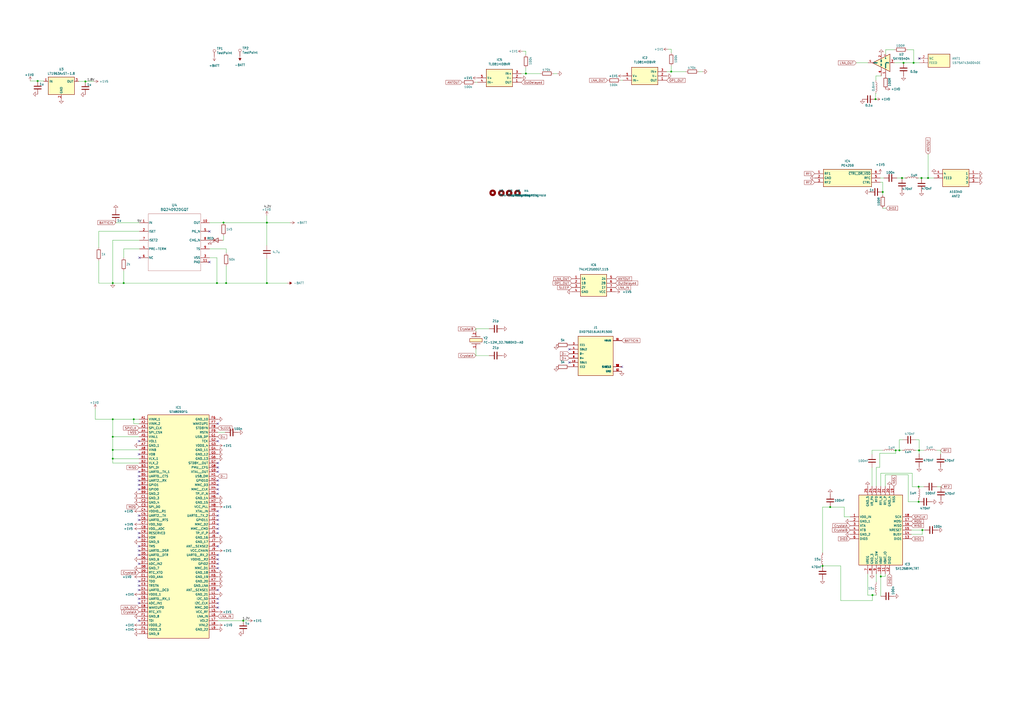
<source format=kicad_sch>
(kicad_sch (version 20230121) (generator eeschema)
  (paper "A2")
  (junction (at 506.095 345.186))
  (junction (at 125.857 164.211))
  (junction (at 65.405 260.985))
  (junction (at 21.844 46.99))
  (junction (at 65.405 253.365))
  (junction (at 532.892 291.084))
  (junction (at 507.873 57.531))
  (junction (at 129.667 129.159))
  (junction (at 524.129 36.449))
  (junction (at 65.405 266.065))
  (junction (at 534.543 103.251))
  (junction (at 389.382 41.529))
  (junction (at 510.921 334.391))
  (junction (at 154.813 129.159))
  (junction (at 141.097 360.045))
  (junction (at 65.405 243.205))
  (junction (at 65.405 164.211))
  (junction (at 533.146 261.239))
  (junction (at 538.353 103.251))
  (junction (at 521.716 261.239))
  (junction (at 49.53 47.244))
  (junction (at 477.139 328.295))
  (junction (at 77.597 243.205))
  (junction (at 71.755 164.211))
  (junction (at 535.051 307.467))
  (junction (at 519.557 261.239))
  (junction (at 305.054 42.672))
  (junction (at 512.064 111.379))
  (junction (at 481.584 294.132))
  (junction (at 154.813 164.211))
  (junction (at 131.191 164.211))
  (junction (at 532.892 282.321))
  (junction (at 529.971 36.449))
  (junction (at 523.24 103.251))
  (no_connect (at 80.645 327.025))
  (no_connect (at 126.365 349.885))
  (no_connect (at 126.365 255.905))
  (no_connect (at 126.365 327.025))
  (no_connect (at 330.2508 210.2612))
  (no_connect (at 126.365 306.705))
  (no_connect (at 126.365 304.165))
  (no_connect (at 80.645 311.785))
  (no_connect (at 126.365 299.085))
  (no_connect (at 80.645 299.085))
  (no_connect (at 533.273 33.909))
  (no_connect (at 80.645 319.405))
  (no_connect (at 80.645 278.765))
  (no_connect (at 126.365 296.545))
  (no_connect (at 80.645 321.945))
  (no_connect (at 126.365 245.745))
  (no_connect (at 126.365 316.865))
  (no_connect (at 126.365 321.945))
  (no_connect (at 80.645 342.265))
  (no_connect (at 80.645 309.245))
  (no_connect (at 126.365 301.625))
  (no_connect (at 126.365 271.145))
  (no_connect (at 126.365 283.845))
  (no_connect (at 126.365 281.305))
  (no_connect (at 80.645 360.045))
  (no_connect (at 360.7308 212.8012))
  (no_connect (at 126.365 273.685))
  (no_connect (at 126.365 278.765))
  (no_connect (at 126.365 342.265))
  (no_connect (at 80.645 273.685))
  (no_connect (at 80.645 255.905))
  (no_connect (at 126.365 268.605))
  (no_connect (at 80.645 349.885))
  (no_connect (at 126.365 286.385))
  (no_connect (at 80.645 301.625))
  (no_connect (at 80.899 149.479))
  (no_connect (at 80.645 263.525))
  (no_connect (at 80.645 281.305))
  (no_connect (at 80.645 347.345))
  (no_connect (at 126.365 309.245))
  (no_connect (at 121.539 134.239))
  (no_connect (at 126.365 347.345))
  (no_connect (at 80.645 283.845))
  (no_connect (at 80.645 276.225))
  (no_connect (at 121.539 152.019))
  (no_connect (at 80.645 337.185))
  (no_connect (at 80.645 316.865))
  (no_connect (at 126.365 352.425))
  (no_connect (at 80.645 339.725))
  (no_connect (at 330.2508 202.6412))
  (no_connect (at 126.365 329.565))
  (no_connect (at 126.365 324.485))
  (wire (pts (xy 508.381 332.867) (xy 508.381 337.566)))
  (wire (pts (xy 513.461 275.463) (xy 526.796 275.463)))
  (wire (pts (xy 71.755 144.399) (xy 71.755 149.479)))
  (wire (pts (xy 276.098 190.754) (xy 276.098 192.278)))
  (wire (pts (xy 487.68 328.295) (xy 487.68 348.361)))
  (wire (pts (xy 510.921 332.867) (xy 510.921 334.391)))
  (wire (pts (xy 131.191 144.399) (xy 131.191 146.685)))
  (wire (pts (xy 523.24 103.251) (xy 523.24 103.378)))
  (wire (pts (xy 513.461 282.067) (xy 513.461 275.463)))
  (wire (pts (xy 77.597 243.205) (xy 80.645 243.205)))
  (wire (pts (xy 67.183 129.159) (xy 80.899 129.159)))
  (wire (pts (xy 80.645 268.605) (xy 65.405 268.605)))
  (wire (pts (xy 513.715 28.829) (xy 513.715 31.369)))
  (wire (pts (xy 510.667 103.251) (xy 512.699 103.251)))
  (wire (pts (xy 360.045 46.609) (xy 361.315 46.609)))
  (wire (pts (xy 305.054 42.672) (xy 302.387 42.672)))
  (wire (pts (xy 521.716 255.143) (xy 521.716 261.239)))
  (wire (pts (xy 49.53 47.244) (xy 54.356 47.244)))
  (wire (pts (xy 57.277 134.239) (xy 57.277 143.637)))
  (wire (pts (xy 321.056 42.672) (xy 323.215 42.672)))
  (wire (pts (xy 80.645 266.065) (xy 65.405 266.065)))
  (wire (pts (xy 121.539 149.479) (xy 125.857 149.479)))
  (wire (pts (xy 507.873 57.531) (xy 507.873 54.229)))
  (wire (pts (xy 523.24 103.251) (xy 525.018 103.251)))
  (wire (pts (xy 55.245 237.109) (xy 55.245 243.205)))
  (wire (pts (xy 506.095 345.186) (xy 508.381 345.186)))
  (wire (pts (xy 526.796 291.084) (xy 532.892 291.084)))
  (wire (pts (xy 71.755 157.099) (xy 71.755 164.211)))
  (wire (pts (xy 503.301 332.867) (xy 503.301 345.186)))
  (wire (pts (xy 510.286 263.017) (xy 519.557 263.017)))
  (wire (pts (xy 531.241 255.143) (xy 533.146 255.143)))
  (wire (pts (xy 77.597 245.745) (xy 77.597 243.205)))
  (wire (pts (xy 126.365 250.825) (xy 130.556 250.825)))
  (wire (pts (xy 154.813 129.159) (xy 154.813 142.367)))
  (wire (pts (xy 508.127 44.069) (xy 508.127 46.609)))
  (wire (pts (xy 503.301 345.186) (xy 506.095 345.186)))
  (wire (pts (xy 405.384 41.529) (xy 407.543 41.529)))
  (wire (pts (xy 389.382 28.575) (xy 389.382 30.607)))
  (wire (pts (xy 532.638 103.251) (xy 534.543 103.251)))
  (wire (pts (xy 507.873 54.229) (xy 508.127 54.229)))
  (wire (pts (xy 65.405 260.985) (xy 80.645 260.985)))
  (wire (pts (xy 508.381 271.145) (xy 510.286 271.145)))
  (wire (pts (xy 512.064 111.379) (xy 512.064 113.157)))
  (wire (pts (xy 125.857 149.479) (xy 125.857 164.211)))
  (wire (pts (xy 534.543 103.251) (xy 538.353 103.251)))
  (wire (pts (xy 129.667 136.779) (xy 129.667 139.319)))
  (wire (pts (xy 131.191 164.211) (xy 154.813 164.211)))
  (wire (pts (xy 80.899 134.239) (xy 57.277 134.239)))
  (wire (pts (xy 533.146 255.143) (xy 533.146 261.239)))
  (wire (pts (xy 276.098 206.248) (xy 283.718 206.248)))
  (wire (pts (xy 529.209 282.321) (xy 532.892 282.321)))
  (wire (pts (xy 529.971 28.829) (xy 526.415 28.829)))
  (wire (pts (xy 545.846 282.321) (xy 545.846 282.448)))
  (wire (pts (xy 55.245 243.205) (xy 65.405 243.205)))
  (wire (pts (xy 125.857 164.211) (xy 131.191 164.211)))
  (wire (pts (xy 510.667 105.791) (xy 512.064 105.791)))
  (wire (pts (xy 533.146 261.239) (xy 535.94 261.239)))
  (wire (pts (xy 532.892 289.941) (xy 532.892 291.084)))
  (wire (pts (xy 477.139 294.132) (xy 477.139 320.675)))
  (wire (pts (xy 121.539 144.399) (xy 131.191 144.399)))
  (wire (pts (xy 154.813 129.159) (xy 168.275 129.159)))
  (wire (pts (xy 65.405 243.205) (xy 65.405 253.365)))
  (wire (pts (xy 518.795 36.449) (xy 524.129 36.449)))
  (wire (pts (xy 519.557 261.239) (xy 521.716 261.239)))
  (wire (pts (xy 154.813 125.095) (xy 154.813 129.159)))
  (wire (pts (xy 489.712 299.847) (xy 489.712 294.132)))
  (wire (pts (xy 505.841 271.145) (xy 505.841 282.067)))
  (wire (pts (xy 535.051 310.007) (xy 528.701 310.007)))
  (wire (pts (xy 532.892 282.321) (xy 535.94 282.321)))
  (wire (pts (xy 505.841 261.239) (xy 511.937 261.239)))
  (wire (pts (xy 510.286 271.145) (xy 510.286 263.017)))
  (wire (pts (xy 57.277 151.257) (xy 57.277 164.211)))
  (wire (pts (xy 510.921 282.067) (xy 510.921 274.574)))
  (wire (pts (xy 57.277 164.211) (xy 65.405 164.211)))
  (wire (pts (xy 513.461 334.391) (xy 510.921 334.391)))
  (wire (pts (xy 518.795 28.829) (xy 513.715 28.829)))
  (wire (pts (xy 305.054 29.718) (xy 305.054 31.75)))
  (wire (pts (xy 531.114 261.239) (xy 533.146 261.239)))
  (wire (pts (xy 17.526 46.99) (xy 21.844 46.99)))
  (wire (pts (xy 545.592 261.239) (xy 545.592 263.398)))
  (wire (pts (xy 477.139 294.132) (xy 481.584 294.132)))
  (wire (pts (xy 65.405 268.605) (xy 65.405 266.065)))
  (wire (pts (xy 65.405 266.065) (xy 65.405 260.985)))
  (wire (pts (xy 506.095 348.361) (xy 506.095 345.186)))
  (wire (pts (xy 389.382 41.529) (xy 386.715 41.529)))
  (wire (pts (xy 80.645 245.745) (xy 77.597 245.745)))
  (wire (pts (xy 477.139 328.295) (xy 477.139 328.422)))
  (wire (pts (xy 520.319 103.251) (xy 523.24 103.251)))
  (wire (pts (xy 508.381 282.067) (xy 508.381 271.145)))
  (wire (pts (xy 154.813 164.211) (xy 166.751 164.211)))
  (wire (pts (xy 529.971 36.449) (xy 529.971 28.829)))
  (wire (pts (xy 528.701 307.467) (xy 535.051 307.467)))
  (wire (pts (xy 538.353 103.251) (xy 541.782 103.251)))
  (wire (pts (xy 526.796 275.463) (xy 526.796 291.084)))
  (wire (pts (xy 303.276 29.718) (xy 305.054 29.718)))
  (wire (pts (xy 503.555 36.449) (xy 496.697 36.449)))
  (wire (pts (xy 275.717 47.752) (xy 276.987 47.752)))
  (wire (pts (xy 481.584 294.132) (xy 489.712 294.132)))
  (wire (pts (xy 65.405 253.365) (xy 80.645 253.365)))
  (wire (pts (xy 305.054 39.37) (xy 305.054 42.672)))
  (wire (pts (xy 387.604 28.575) (xy 389.382 28.575)))
  (wire (pts (xy 477.139 328.295) (xy 487.68 328.295)))
  (wire (pts (xy 519.557 263.017) (xy 519.557 261.239)))
  (wire (pts (xy 511.175 44.069) (xy 508.127 44.069)))
  (wire (pts (xy 543.56 282.321) (xy 545.846 282.321)))
  (wire (pts (xy 65.405 243.205) (xy 77.597 243.205)))
  (wire (pts (xy 126.365 360.045) (xy 141.097 360.045)))
  (wire (pts (xy 121.539 129.159) (xy 129.667 129.159)))
  (wire (pts (xy 487.68 348.361) (xy 506.095 348.361)))
  (wire (pts (xy 493.141 299.847) (xy 489.712 299.847)))
  (wire (pts (xy 154.813 149.987) (xy 154.813 164.211)))
  (wire (pts (xy 71.755 164.211) (xy 125.857 164.211)))
  (wire (pts (xy 533.146 261.239) (xy 533.146 263.271)))
  (wire (pts (xy 535.051 307.467) (xy 536.321 307.467)))
  (wire (pts (xy 534.543 103.251) (xy 534.543 103.378)))
  (wire (pts (xy 141.097 360.045) (xy 143.891 360.045)))
  (wire (pts (xy 65.405 253.365) (xy 65.405 260.985)))
  (wire (pts (xy 521.716 261.239) (xy 523.494 261.239)))
  (wire (pts (xy 389.382 38.227) (xy 389.382 41.529)))
  (wire (pts (xy 276.098 202.438) (xy 276.098 206.248)))
  (wire (pts (xy 129.667 139.319) (xy 129.159 139.319)))
  (wire (pts (xy 543.56 261.239) (xy 545.592 261.239)))
  (wire (pts (xy 535.051 307.467) (xy 535.051 310.007)))
  (wire (pts (xy 25.4 46.99) (xy 25.4 47.244)))
  (wire (pts (xy 538.353 89.408) (xy 538.353 103.251)))
  (wire (pts (xy 305.054 42.672) (xy 313.436 42.672)))
  (wire (pts (xy 129.667 129.159) (xy 154.813 129.159)))
  (wire (pts (xy 529.209 274.574) (xy 529.209 282.321)))
  (wire (pts (xy 524.129 36.449) (xy 529.971 36.449)))
  (wire (pts (xy 512.064 120.777) (xy 513.969 120.777)))
  (wire (pts (xy 529.971 36.449) (xy 533.273 36.449)))
  (wire (pts (xy 80.899 139.319) (xy 65.405 139.319)))
  (wire (pts (xy 65.405 139.319) (xy 65.405 164.211)))
  (wire (pts (xy 512.064 105.791) (xy 512.064 111.379)))
  (wire (pts (xy 131.191 154.305) (xy 131.191 164.211)))
  (wire (pts (xy 283.718 190.754) (xy 276.098 190.754)))
  (wire (pts (xy 523.621 255.143) (xy 521.716 255.143)))
  (wire (pts (xy 65.405 164.211) (xy 71.755 164.211)))
  (wire (pts (xy 505.841 263.525) (xy 505.841 261.239)))
  (wire (pts (xy 80.899 144.399) (xy 71.755 144.399)))
  (wire (pts (xy 45.72 47.244) (xy 49.53 47.244)))
  (wire (pts (xy 21.844 46.99) (xy 25.4 46.99)))
  (wire (pts (xy 510.921 334.391) (xy 510.921 345.821)))
  (wire (pts (xy 389.382 41.529) (xy 397.764 41.529)))
  (wire (pts (xy 510.921 274.574) (xy 529.209 274.574)))
  (wire (pts (xy 513.461 332.867) (xy 513.461 334.391)))
  (label "1.8V" (at 50.546 47.244 0))
  (label "4.2V" (at 153.035 120.777 0))
  (label "5V" (at 79.629 129.159 0))
  (label "1.2V" (at 140.589 359.791 0))
  (global_label "OutDelayed" (shape input) (at 357.0224 164.2364 0) (property "Intersheetrefs" "${INTERSHEET_REFS}" (effects hide)))
  (global_label "LNA_OUT" (shape input) (at 352.425 46.609 180) (property "Intersheetrefs" "${INTERSHEET_REFS}" (effects hide)))
  (global_label "LNA_OUT" (shape input) (at 80.645 352.425 180) (property "Intersheetrefs" "${INTERSHEET_REFS}" (effects hide)))
  (global_label "D+" (shape input) (at 126.365 253.365 0) (property "Intersheetrefs" "${INTERSHEET_REFS}" (effects hide)))
  (global_label "CrystalA" (shape input) (at 493.141 304.927 180) (property "Intersheetrefs" "${INTERSHEET_REFS}" (effects hide)))
  (global_label "MOSI" (shape input) (at 528.701 302.387 0) (property "Intersheetrefs" "${INTERSHEET_REFS}" (effects hide)))
  (global_label "BATTICIN" (shape input) (at 67.183 129.159 180) (property "Intersheetrefs" "${INTERSHEET_REFS}" (effects hide)))
  (global_label "LNA_OUT" (shape input) (at 331.6224 161.6964 180) (property "Intersheetrefs" "${INTERSHEET_REFS}" (effects hide)))
  (global_label "LNA_OUT" (shape input) (at 496.697 36.449 180) (property "Intersheetrefs" "${INTERSHEET_REFS}" (effects hide)))
  (global_label "SLEEP" (shape input) (at 331.6224 166.7764 180) (property "Intersheetrefs" "${INTERSHEET_REFS}" (effects hide)))
  (global_label "ANTOUT" (shape input) (at 357.0224 161.6964 0) (property "Intersheetrefs" "${INTERSHEET_REFS}" (effects hide)))
  (global_label "ANTOUT" (shape input) (at 538.353 89.408 90) (property "Intersheetrefs" "${INTERSHEET_REFS}" (effects hide)))
  (global_label "LNA_IN" (shape input) (at 357.0732 166.7764 0) (property "Intersheetrefs" "${INTERSHEET_REFS}" (effects hide)))
  (global_label "RF1" (shape input) (at 545.592 261.239 0) (property "Intersheetrefs" "${INTERSHEET_REFS}" (effects hide)))
  (global_label "CrystalB" (shape input) (at 493.141 307.467 180) (property "Intersheetrefs" "${INTERSHEET_REFS}" (effects hide)))
  (global_label "D+" (shape input) (at 330.2508 207.7212 180) (property "Intersheetrefs" "${INTERSHEET_REFS}" (effects hide)))
  (global_label "MOSI" (shape input) (at 80.645 294.005 180) (property "Intersheetrefs" "${INTERSHEET_REFS}" (effects hide)))
  (global_label "CrystalA" (shape input) (at 80.645 354.965 180) (property "Intersheetrefs" "${INTERSHEET_REFS}" (effects hide)))
  (global_label "ANTOUT" (shape input) (at 268.097 47.752 180) (property "Intersheetrefs" "${INTERSHEET_REFS}" (effects hide)))
  (global_label "CrystalA" (shape input) (at 276.098 206.248 180) (property "Intersheetrefs" "${INTERSHEET_REFS}" (effects hide)))
  (global_label "RF1" (shape input) (at 472.567 100.711 180) (property "Intersheetrefs" "${INTERSHEET_REFS}" (effects hide)))
  (global_label "DIO2" (shape input) (at 516.001 332.867 270) (property "Intersheetrefs" "${INTERSHEET_REFS}" (effects hide)))
  (global_label "DIO1" (shape input) (at 528.701 312.547 0) (property "Intersheetrefs" "${INTERSHEET_REFS}" (effects hide)))
  (global_label "CrystalB" (shape input) (at 80.645 332.105 180) (property "Intersheetrefs" "${INTERSHEET_REFS}" (effects hide)))
  (global_label "SLEEP" (shape input) (at 126.365 248.285 0) (property "Intersheetrefs" "${INTERSHEET_REFS}" (effects hide)))
  (global_label "D-" (shape input) (at 330.2508 205.1812 180) (property "Intersheetrefs" "${INTERSHEET_REFS}" (effects hide)))
  (global_label "MISO" (shape input) (at 80.645 271.145 180) (property "Intersheetrefs" "${INTERSHEET_REFS}" (effects hide)))
  (global_label "DIO2" (shape input) (at 513.969 120.777 0) (property "Intersheetrefs" "${INTERSHEET_REFS}" (effects hide)))
  (global_label "SPICLK" (shape input) (at 528.701 299.847 0) (property "Intersheetrefs" "${INTERSHEET_REFS}" (effects hide)))
  (global_label "OP1_OUT" (shape input) (at 331.597 164.211 180) (property "Intersheetrefs" "${INTERSHEET_REFS}" (effects hide)))
  (global_label "RF2" (shape input) (at 472.567 105.791 180) (property "Intersheetrefs" "${INTERSHEET_REFS}" (effects hide)))
  (global_label "D-" (shape input) (at 126.365 276.225 0) (property "Intersheetrefs" "${INTERSHEET_REFS}" (effects hide)))
  (global_label "SPICLK" (shape input) (at 80.645 248.285 180) (property "Intersheetrefs" "${INTERSHEET_REFS}" (effects hide)))
  (global_label "MISO" (shape input) (at 528.701 304.927 0) (property "Intersheetrefs" "${INTERSHEET_REFS}" (effects hide)))
  (global_label "BATTICIN" (shape input) (at 360.7308 197.5612 0) (property "Intersheetrefs" "${INTERSHEET_REFS}" (effects hide)))
  (global_label "CrystalB" (shape input) (at 276.098 190.754 180) (property "Intersheetrefs" "${INTERSHEET_REFS}" (effects hide)))
  (global_label "NSS" (shape input) (at 518.541 282.067 90) (property "Intersheetrefs" "${INTERSHEET_REFS}" (effects hide)))
  (global_label "OutDelayed" (shape input) (at 302.387 47.752 0) (property "Intersheetrefs" "${INTERSHEET_REFS}" (effects hide)))
  (global_label "RF2" (shape input) (at 545.846 282.321 0) (property "Intersheetrefs" "${INTERSHEET_REFS}" (effects hide)))
  (global_label "LNA_IN" (shape input) (at 126.365 357.505 0) (property "Intersheetrefs" "${INTERSHEET_REFS}" (effects hide)))
  (global_label "OP1_OUT" (shape input) (at 386.715 46.609 0) (property "Intersheetrefs" "${INTERSHEET_REFS}" (effects hide)))
  (global_label "NSS" (shape input) (at 80.645 250.825 180) (property "Intersheetrefs" "${INTERSHEET_REFS}" (effects hide)))
  (global_label "DIO3" (shape input) (at 493.141 312.547 180) (property "Intersheetrefs" "${INTERSHEET_REFS}" (effects hide)))
  (symbol (lib_id "Mechanical:MountingHole") (at 290.83 112.014 0) (unit 1)
    (property "Reference" "H2" (at 294.5892 110.744 0) (effects (justify left)))
    (property "Value" "MountingHole" (at 294.5892 113.284 0) (effects (justify left)))
    (property "Footprint" "MountingHole:MountingHole_2.7mm_M2.5_Pad_TopOnly" (effects hide))
  )
  (symbol (lib_id "power:GND") (at 524.129 44.069 0) (mirror y) (unit 1)
    (property "Reference" "#PWR058" (effects hide))
    (property "Value" "GND" (effects hide))
  )
  (symbol (lib_id "power:GND") (at 65.405 164.211 0) (unit 1)
    (property "Reference" "#PWR060" (effects hide))
    (property "Value" "GND" (effects hide))
  )
  (symbol (lib_id "power:GND") (at 567.182 100.711 90) (unit 1)
    (property "Reference" "#PWR087" (effects hide))
    (property "Value" "GND" (effects hide))
  )
  (symbol (lib_id "Device:C") (at 533.146 267.081 0) (mirror x) (unit 1)
    (property "Reference" "C19" (effects hide))
    (property "Value" "470nF" (at 538.6324 267.0048 0))
    (property "Footprint" "Capacitor_Tantalum_SMD:CP_EIA-1608-08_AVX-J" (effects hide))
  )
  (symbol (lib_id "Device:C") (at 514.731 345.821 270) (unit 1)
    (property "Reference" "C17" (effects hide))
    (property "Value" "100n" (at 518.033 345.059 0) (effects (justify right)))
    (property "Footprint" "Capacitor_Tantalum_SMD:CP_EIA-1608-08_AVX-J" (effects hide))
  )
  (symbol (lib_id "Device:L") (at 528.828 103.251 270) (mirror x) (unit 1)
    (property "Reference" "L8" (effects hide))
    (property "Value" "1uH" (at 528.32 101.6 90) (effects (justify left)))
    (property "Footprint" "Inductor_THT:L_Axial_L5.3mm_D2.2mm_P7.62mm_Horizontal_Vishay_IM-1" (effects hide))
  )
  (symbol (lib_id "Device:R") (at 57.277 147.447 0) (unit 1)
    (property "Reference" "R4" (effects hide))
    (property "Value" "1k" (at 58.801 147.447 0) (effects (justify left)))
    (property "Footprint" "Resistor_SMD:R_0201_0603Metric" (effects hide))
  )
  (symbol (lib_id "power:GND") (at 49.53 54.864 270) (unit 1)
    (property "Reference" "#PWR053" (effects hide))
    (property "Value" "GND" (effects hide))
  )
  (symbol (lib_id "power:GND") (at 505.841 332.867 0) (unit 1)
    (property "Reference" "#PWR072" (effects hide))
    (property "Value" "GND" (effects hide))
  )
  (symbol (lib_id "power:GND") (at 126.365 260.985 90) (unit 1)
    (property "Reference" "#PWR012" (effects hide))
    (property "Value" "GND" (effects hide))
  )
  (symbol (lib_id "power:GND") (at 21.844 54.61 270) (unit 1)
    (property "Reference" "#PWR052" (effects hide))
    (property "Value" "GND" (effects hide))
  )
  (symbol (lib_id "power:-BATT") (at 139.192 32.512 180) (unit 1)
    (property "Reference" "#PWR027" (effects hide))
    (property "Value" "-BATT" (at 139.192 37.719 0))
  )
  (symbol (lib_id "power:+1V1") (at 361.315 44.069 90) (unit 1)
    (property "Reference" "#PWR064" (effects hide))
    (property "Value" "+1V1" (at 358.521 44.069 90) (effects (justify left)))
  )
  (symbol (lib_id "power:+1V1") (at 387.604 28.575 90) (unit 1)
    (property "Reference" "#PWR065" (effects hide))
    (property "Value" "+1V1" (at 384.81 28.575 90) (effects (justify left)))
  )
  (symbol (lib_id "power:GND") (at 504.444 111.379 270) (unit 1)
    (property "Reference" "#PWR084" (effects hide))
    (property "Value" "GND" (effects hide))
  )
  (symbol (lib_id "power:GND") (at 80.645 329.565 270) (unit 1)
    (property "Reference" "#PWR020" (effects hide))
    (property "Value" "GND" (effects hide))
  )
  (symbol (lib_id "power:+1V0") (at 80.645 334.645 90) (unit 1)
    (property "Reference" "#PWR038" (effects hide))
    (property "Value" "+1V0" (at 76.327 334.645 90) (effects (justify left)))
  )
  (symbol (lib_id "power:GND") (at 302.387 45.212 90) (mirror x) (unit 1)
    (property "Reference" "#PWR074" (effects hide))
    (property "Value" "GND" (effects hide))
  )
  (symbol (lib_id "power:GND") (at 407.543 41.529 90) (mirror x) (unit 1)
    (property "Reference" "#PWR066" (effects hide))
    (property "Value" "GND" (effects hide))
  )
  (symbol (lib_id "power:GND") (at 567.182 103.251 90) (unit 1)
    (property "Reference" "#PWR088" (effects hide))
    (property "Value" "GND" (effects hide))
  )
  (symbol (lib_id "power:GND") (at 493.141 310.007 270) (unit 1)
    (property "Reference" "#PWR071" (effects hide))
    (property "Value" "GND" (effects hide))
  )
  (symbol (lib_id "power:GND") (at 126.365 288.925 90) (unit 1)
    (property "Reference" "#PWR09" (effects hide))
    (property "Value" "GND" (effects hide))
  )
  (symbol (lib_id "Device:C") (at 21.844 50.8 0) (unit 1)
    (property "Reference" "C6" (effects hide))
    (property "Value" "1u" (at 22.86 48.768 0) (effects (justify left)))
    (property "Footprint" "Capacitor_Tantalum_SMD:CP_EIA-1608-08_AVX-J" (effects hide))
  )
  (symbol (lib_id "power:+1V0") (at 126.365 362.585 270) (unit 1)
    (property "Reference" "#PWR030" (effects hide))
    (property "Value" "+1V0" (at 132.207 362.585 90))
  )
  (symbol (lib_id "power:+1V5") (at 510.667 100.711 0) (unit 1)
    (property "Reference" "#PWR085" (effects hide))
    (property "Value" "+1V5" (at 510.667 95.504 0))
  )
  (symbol (lib_id "Device:C") (at 504.063 57.531 270) (mirror x) (unit 1)
    (property "Reference" "C8" (effects hide))
    (property "Value" "0.1u" (at 504.063 61.087 90))
    (property "Footprint" "Capacitor_Tantalum_SMD:CP_EIA-1608-08_AVX-J" (effects hide))
  )
  (symbol (lib_id "power:+1V1") (at 80.645 344.805 90) (unit 1)
    (property "Reference" "#PWR033" (effects hide))
    (property "Value" "+1V1" (at 77.851 344.805 90) (effects (justify left)))
  )
  (symbol (lib_id "Device:C") (at 287.528 190.754 90) (unit 1)
    (property "Reference" "C4" (effects hide))
    (property "Value" "21p" (at 287.528 186.182 90))
    (property "Footprint" "Capacitor_Tantalum_SMD:CP_EIA-1608-08_AVX-J" (effects hide))
  )
  (symbol (lib_id "power:GND") (at 80.645 291.465 270) (unit 1)
    (property "Reference" "#PWR017" (effects hide))
    (property "Value" "GND" (effects hide))
  )
  (symbol (lib_id "power:+1V1") (at 276.987 45.212 90) (unit 1)
    (property "Reference" "#PWR073" (effects hide))
    (property "Value" "+1V1" (at 274.193 45.212 90) (effects (justify left)))
  )
  (symbol (lib_id "power:GND") (at 477.139 336.042 0) (unit 1)
    (property "Reference" "#PWR047" (effects hide))
    (property "Value" "GND" (effects hide))
  )
  (symbol (lib_id "power:GND") (at 541.782 100.711 180) (unit 1)
    (property "Reference" "#PWR086" (effects hide))
    (property "Value" "GND" (effects hide))
  )
  (symbol (lib_id "power:GND") (at 386.715 44.069 90) (mirror x) (unit 1)
    (property "Reference" "#PWR057" (effects hide))
    (property "Value" "GND" (effects hide))
  )
  (symbol (lib_id "Device:C") (at 545.846 286.258 0) (unit 1)
    (property "Reference" "C23" (effects hide))
    (property "Value" "470nF" (at 551.053 286.385 0))
    (property "Footprint" "Capacitor_Tantalum_SMD:CP_EIA-1608-08_AVX-J" (effects hide))
  )
  (symbol (lib_id "power:GND") (at 126.365 314.325 90) (unit 1)
    (property "Reference" "#PWR06" (effects hide))
    (property "Value" "GND" (effects hide))
  )
  (symbol (lib_id "Connector:TestPoint") (at 124.333 32.766 0) (unit 1)
    (property "Reference" "TP1" (at 125.73 28.194 0) (effects (justify left)))
    (property "Value" "TestPoint" (at 125.73 30.734 0) (effects (justify left)))
    (property "Footprint" "TestPoint:TestPoint_Pad_2.0x2.0mm" (effects hide))
  )
  (symbol (lib_id "power:+1V0") (at 154.813 125.095 0) (unit 1)
    (property "Reference" "#PWR063" (effects hide))
    (property "Value" "+1V0" (at 154.559 121.539 0))
  )
  (symbol (lib_id "power:GND") (at 126.365 263.525 90) (unit 1)
    (property "Reference" "#PWR011" (effects hide))
    (property "Value" "GND" (effects hide))
  )
  (symbol (lib_id "FC-12M_32_7680KD-A0:FC-12M_32.7680KD-A0") (at 276.098 202.438 90) (unit 1)
    (property "Reference" "Y2" (at 280.416 196.088 90) (effects (justify right)))
    (property "Value" "FC-12M_32.7680KD-A0" (at 280.416 198.628 90) (effects (justify right)))
    (property "Footprint" "KiCad32MOSC:FC12M327680KDA0" (effects hide))
    (property "Datasheet" "https://www.arrow.com/en/products/fc-12m32.7680kd-a0/epson-electronics-america?region=nac" (effects hide))
    (property "Height" "0.6" (effects hide))
    (property "Arrow Part Number" "FC-12M 32.7680KD-A0" (effects hide))
    (property "Arrow Price/Stock" "https://www.arrow.com/en/products/fc-12m32.7680kd-a0/epson-electronics-america?region=nac" (effects hide))
    (property "Manufacturer_Name" "Epson Timing" (effects hide))
    (property "Manufacturer_Part_Number" "FC-12M 32.7680KD-A0" (effects hide))
  )
  (symbol (lib_id "power:GND") (at 138.176 250.825 90) (unit 1)
    (property "Reference" "#PWR023" (effects hide))
    (property "Value" "GND" (effects hide))
  )
  (symbol (lib_id "power:GND") (at 80.645 288.925 270) (unit 1)
    (property "Reference" "#PWR016" (effects hide))
    (property "Value" "GND" (effects hide))
  )
  (symbol (lib_id "power:GND") (at 534.543 110.998 0) (unit 1)
    (property "Reference" "#PWR083" (effects hide))
    (property "Value" "GND" (effects hide))
  )
  (symbol (lib_id "Device:L") (at 508.381 341.376 180) (unit 1)
    (property "Reference" "L4" (effects hide))
    (property "Value" "15u" (at 507.365 341.249 0) (effects (justify left)))
    (property "Footprint" "Inductor_THT:L_Axial_L5.3mm_D2.2mm_P7.62mm_Horizontal_Vishay_IM-1" (effects hide))
  )
  (symbol (lib_id "SX1268IMLTRT:SX1268IMLTRT") (at 493.141 299.847 0) (unit 1)
    (property "Reference" "IC3" (at 526.288 327.279 0))
    (property "Value" "SX1268IMLTRT" (at 526.288 329.819 0))
    (property "Footprint" "KiCadTransIC:QFN50P400X400X100-25N-D" (effects hide))
    (property "Datasheet" "https://datasheet.lcsc.com/szlcsc/2004230932_SEMTECH-SX1268IMLTRT_C244368.pdf" (effects hide))
    (property "Height" "1" (effects hide))
    (property "Manufacturer_Name" "SEMTECH" (effects hide))
    (property "Manufacturer_Part_Number" "SX1268IMLTRT" (effects hide))
    (property "Mouser Part Number" "947-SX1268IMLTRT" (effects hide))
    (property "Mouser Price/Stock" "https://www.mouser.co.uk/ProductDetail/Semtech/SX1268IMLTRT?qs=u16ybLDytRa1EU1aQ4yjlw%3D%3D" (effects hide))
  )
  (symbol (lib_id "Device:C") (at 287.528 206.248 90) (unit 1)
    (property "Reference" "C5" (effects hide))
    (property "Value" "21p" (at 287.528 201.676 90))
    (property "Footprint" "Capacitor_Tantalum_SMD:CP_EIA-1608-08_AVX-J" (effects hide))
  )
  (symbol (lib_id "power:GND") (at 545.592 271.018 0) (unit 1)
    (property "Reference" "#PWR078" (effects hide))
    (property "Value" "GND" (effects hide))
  )
  (symbol (lib_id "Mechanical:MountingHole") (at 285.8008 111.8616 0) (unit 1)
    (property "Reference" "H1" (at 289.56 110.5916 0) (effects (justify left)))
    (property "Value" "MountingHole" (at 289.56 113.1316 0) (effects (justify left)))
    (property "Footprint" "MountingHole:MountingHole_2.7mm_M2.5_Pad_TopOnly" (effects hide))
  )
  (symbol (lib_id "Device:R") (at 129.667 132.969 0) (unit 1)
    (property "Reference" "R7" (effects hide))
    (property "Value" "1k5" (at 131.191 132.969 0) (effects (justify left)))
    (property "Footprint" "Resistor_SMD:R_0201_0603Metric" (effects hide))
  )
  (symbol (lib_id "power:GND") (at 511.175 31.369 180) (unit 1)
    (property "Reference" "#PWR054" (effects hide))
    (property "Value" "GND" (effects hide))
  )
  (symbol (lib_id "Device:C") (at 505.841 267.335 180) (unit 1)
    (property "Reference" "C16" (effects hide))
    (property "Value" "100nF" (at 500.7864 267.3604 0))
    (property "Footprint" "Capacitor_Tantalum_SMD:CP_EIA-1608-08_AVX-J" (effects hide))
  )
  (symbol (lib_id "power:+1V1") (at 143.891 360.045 270) (unit 1)
    (property "Reference" "#PWR096" (effects hide))
    (property "Value" "+1V1" (at 146.685 360.045 90) (effects (justify left)))
  )
  (symbol (lib_id "power:GND") (at 80.645 314.325 270) (unit 1)
    (property "Reference" "#PWR018" (effects hide))
    (property "Value" "GND" (effects hide))
  )
  (symbol (lib_id "power:+1V1") (at 80.645 365.125 90) (unit 1)
    (property "Reference" "#PWR032" (effects hide))
    (property "Value" "+1V1" (at 77.851 365.125 90) (effects (justify left)))
  )
  (symbol (lib_id "Device:L") (at 515.747 261.239 270) (mirror x) (unit 1)
    (property "Reference" "L2" (effects hide))
    (property "Value" "1uH" (at 515.239 259.588 90) (effects (justify left)))
    (property "Footprint" "Inductor_THT:L_Axial_L5.3mm_D2.2mm_P7.62mm_Horizontal_Vishay_IM-1" (effects hide))
  )
  (symbol (lib_id "TL081HIDBVR:TL081HIDBVR") (at 386.715 46.609 180) (unit 1)
    (property "Reference" "IC2" (at 374.015 33.528 0))
    (property "Value" "TL081HIDBVR" (at 374.015 36.068 0))
    (property "Footprint" "KiCadOP:SOT95P280X145-5N" (effects hide))
    (property "Datasheet" "https://www.ti.com/lit/gpn/tl081h" (effects hide))
    (property "Height" "1.45" (effects hide))
    (property "Mouser Part Number" "595-TL081HIDBVR" (effects hide))
    (property "Mouser Price/Stock" "https://www.mouser.co.uk/ProductDetail/Texas-Instruments/TL081HIDBVR?qs=pBJMDPsKWf3fiMPgyPE5dg%3D%3D" (effects hide))
    (property "Manufacturer_Name" "Texas Instruments" (effects hide))
    (property "Manufacturer_Part_Number" "TL081HIDBVR" (effects hide))
  )
  (symbol (lib_id "Device:C") (at 67.183 125.349 0) (unit 1)
    (property "Reference" "C11" (effects hide))
    (property "Value" "1u" (at 67.945 127.889 0) (effects (justify left)))
    (property "Footprint" "Capacitor_Tantalum_SMD:CP_EIA-1608-08_AVX-J" (effects hide))
  )
  (symbol (lib_id "Device:C") (at 545.592 267.208 0) (mirror x) (unit 1)
    (property "Reference" "C20" (effects hide))
    (property "Value" "470nF" (at 550.799 267.208 0))
    (property "Footprint" "Capacitor_Tantalum_SMD:CP_EIA-1608-08_AVX-J" (effects hide))
  )
  (symbol (lib_id "power:GND") (at 126.365 339.725 90) (unit 1)
    (property "Reference" "#PWR076" (effects hide))
    (property "Value" "GND" (effects hide))
  )
  (symbol (lib_id "power:+1V1") (at 126.365 258.445 270) (unit 1)
    (property "Reference" "#PWR042" (effects hide))
    (property "Value" "+1V1" (at 129.159 258.445 90) (effects (justify left)))
  )
  (symbol (lib_id "power:+1V1") (at 126.365 319.405 270) (unit 1)
    (property "Reference" "#PWR043" (effects hide))
    (property "Value" "+1V1" (at 129.159 319.405 90) (effects (justify left)))
  )
  (symbol (lib_id "power:GND") (at 126.365 334.645 90) (unit 1)
    (property "Reference" "#PWR04" (effects hide))
    (property "Value" "GND" (effects hide))
  )
  (symbol (lib_id "Device:L") (at 539.75 261.239 270) (mirror x) (unit 1)
    (property "Reference" "L6" (effects hide))
    (property "Value" "1uH" (at 537.2608 259.5118 90) (effects (justify left)))
    (property "Footprint" "Inductor_THT:L_Axial_L5.3mm_D2.2mm_P7.62mm_Horizontal_Vishay_IM-1" (effects hide))
  )
  (symbol (lib_id "Device:R") (at 326.4408 212.8012 90) (unit 1)
    (property "Reference" "R2" (effects hide))
    (property "Value" "5k" (at 326.4408 210.0072 90))
    (property "Footprint" "Resistor_SMD:R_0201_0603Metric" (effects hide))
  )
  (symbol (lib_id "Device:C") (at 134.366 250.825 90) (unit 1)
    (property "Reference" "C1" (effects hide))
    (property "Value" "100n" (at 138.176 248.793 90))
    (property "Footprint" "Capacitor_Tantalum_SMD:CP_EIA-1608-08_AVX-J" (effects hide))
  )
  (symbol (lib_id "power:GND") (at 322.6308 212.8012 0) (unit 1)
    (property "Reference" "#PWR046" (effects hide))
    (property "Value" "GND" (effects hide))
  )
  (symbol (lib_id "Device:R") (at 513.715 47.879 0) (unit 1)
    (property "Reference" "R3" (effects hide))
    (property "Value" "100R" (at 516.001 50.165 90) (effects (justify left)))
    (property "Footprint" "Resistor_SMD:R_0201_0603Metric" (effects hide))
  )
  (symbol (lib_id "STA8090FG:STA8090FG") (at 80.645 243.205 0) (unit 1)
    (property "Reference" "IC1" (at 103.505 236.347 0))
    (property "Value" "STA8090FG" (at 103.505 238.887 0))
    (property "Footprint" "KiCadGPS:BGA99C50P9X11_500X600X120" (effects hide))
    (property "Datasheet" "https://www.st.com/resource/en/datasheet/sta8090fg.pdf" (effects hide))
    (property "Height" "1.2" (effects hide))
    (property "Manufacturer_Name" "STMicroelectronics" (effects hide))
    (property "Manufacturer_Part_Number" "STA8090FG" (effects hide))
    (property "Mouser Part Number" "511-STA8090FG" (effects hide))
    (property "Mouser Price/Stock" "https://www.mouser.com/Search/Refine.aspx?Keyword=511-STA8090FG" (effects hide))
    (property "Arrow Part Number" "STA8090FG" (effects hide))
    (property "Arrow Price/Stock" "https://www.arrow.com/en/products/sta8090fg/stmicroelectronics" (effects hide))
  )
  (symbol (lib_id "2023-07-06_00-40-57:BQ24092DGQT") (at 101.219 139.319 0) (unit 1)
    (property "Reference" "U4" (at 101.219 118.999 0) (effects (font (size 1.524 1.524))))
    (property "Value" "BQ24092DGQT" (at 101.219 121.539 0) (effects (font (size 1.524 1.524))))
    (property "Footprint" "KiCadBatt:DGQ0010D_NV_N" (effects hide))
    (property "Datasheet" "BQ24092DGQT" (effects hide))
  )
  (symbol (lib_id "power:GND") (at 500.253 57.531 0) (mirror y) (unit 1)
    (property "Reference" "#PWR055" (effects hide))
    (property "Value" "GND" (effects hide))
  )
  (symbol (lib_id "power:GND") (at 331.6224 169.3164 270) (mirror x) (unit 1)
    (property "Reference" "#PWR094" (effects hide))
    (property "Value" "GND" (effects hide))
  )
  (symbol (lib_id "Regulator_Linear:LT1963AxST-1.8") (at 35.56 49.784 0) (unit 1)
    (property "Reference" "U3" (at 35.56 40.132 0))
    (property "Value" "LT1963AxST-1.8" (at 35.56 42.672 0))
    (property "Footprint" "Package_TO_SOT_SMD:SOT-223-3_TabPin2" (effects hide))
    (property "Datasheet" "https://www.analog.com/media/en/technical-documentation/data-sheets/1963aff.pdf" (effects hide))
  )
  (symbol (lib_id "power:GND") (at 141.097 367.665 270) (unit 1)
    (property "Reference" "#PWR092" (effects hide))
    (property "Value" "GND" (effects hide))
  )
  (symbol (lib_id "Device:C") (at 477.139 332.232 0) (unit 1)
    (property "Reference" "C14" (effects hide))
    (property "Value" "470nf" (at 476.377 328.93 0) (effects (justify right)))
    (property "Footprint" "Capacitor_Tantalum_SMD:CP_EIA-1608-08_AVX-J" (effects hide))
  )
  (symbol (lib_id "power:+1V0") (at 55.245 237.109 0) (unit 1)
    (property "Reference" "#PWR029" (effects hide))
    (property "Value" "+1V0" (at 54.737 233.553 0))
  )
  (symbol (lib_id "RF_Amplifier:SKY65404") (at 513.715 36.449 180) (unit 1)
    (property "Reference" "U2" (at 522.859 31.4959 0))
    (property "Value" "SKY65404" (at 522.859 34.0359 0))
    (property "Footprint" "RF:Skyworks_SKY65404-31" (effects hide))
    (property "Datasheet" "http://www.skyworksinc.com/uploads/documents/SKY65404_31_201512K.pdf" (effects hide))
  )
  (symbol (lib_id "Device:R") (at 401.574 41.529 90) (unit 1)
    (property "Reference" "R10" (effects hide))
    (property "Value" "470k" (at 403.733 39.37 90) (effects (justify left)))
    (property "Footprint" "Resistor_SMD:R_0201_0603Metric" (effects hide))
  )
  (symbol (lib_id "power:GND") (at 516.001 282.067 180) (unit 1)
    (property "Reference" "#PWR068" (effects hide))
    (property "Value" "GND" (effects hide))
  )
  (symbol (lib_id "power:GND") (at 503.301 282.067 180) (unit 1)
    (property "Reference" "#PWR069" (effects hide))
    (property "Value" "GND" (effects hide))
  )
  (symbol (lib_id "Device:R") (at 389.382 34.417 0) (unit 1)
    (property "Reference" "R9" (effects hide))
    (property "Value" "100k" (at 392.049 36.576 90) (effects (justify left)))
    (property "Footprint" "Resistor_SMD:R_0201_0603Metric" (effects hide))
  )
  (symbol (lib_id "power:+1V5") (at 54.356 47.244 270) (unit 1)
    (property "Reference" "#PWR036" (effects hide))
    (property "Value" "+1V5" (at 57.658 47.244 90) (effects (justify left)))
  )
  (symbol (lib_id "power:GND") (at 323.215 42.672 90) (mirror x) (unit 1)
    (property "Reference" "#PWR091" (effects hide))
    (property "Value" "GND" (effects hide))
  )
  (symbol (lib_id "Device:C") (at 539.75 282.321 90) (unit 1)
    (property "Reference" "C22" (effects hide))
    (property "Value" "100nF" (at 539.75 286.131 90))
    (property "Footprint" "Capacitor_Tantalum_SMD:CP_EIA-1608-08_AVX-J" (effects hide))
  )
  (symbol (lib_id "Device:L") (at 508.127 50.419 0) (unit 1)
    (property "Reference" "L1" (effects hide))
    (property "Value" "0.6nH" (at 506.603 52.959 90) (effects (justify left)))
    (property "Footprint" "Inductor_THT:L_Axial_L5.3mm_D2.2mm_P7.62mm_Horizontal_Vishay_IM-1" (effects hide))
  )
  (symbol (lib_id "power:GND") (at 523.24 110.871 0) (unit 1)
    (property "Reference" "#PWR082" (effects hide))
    (property "Value" "GND" (effects hide))
  )
  (symbol (lib_id "Device:C") (at 523.24 107.061 0) (unit 1)
    (property "Reference" "C25" (effects hide))
    (property "Value" "470nF" (at 526.3388 109.601 0))
    (property "Footprint" "Capacitor_Tantalum_SMD:CP_EIA-1608-08_AVX-J" (effects hide))
  )
  (symbol (lib_id "Connector:TestPoint") (at 139.192 32.512 0) (unit 1)
    (property "Reference" "TP2" (at 140.589 27.94 0) (effects (justify left)))
    (property "Value" "TestPoint" (at 140.589 30.48 0) (effects (justify left)))
    (property "Footprint" "TestPoint:TestPoint_Pad_2.0x2.0mm" (effects hide))
  )
  (symbol (lib_id "power:GND") (at 80.645 258.445 270) (unit 1)
    (property "Reference" "#PWR014" (effects hide))
    (property "Value" "GND" (effects hide))
  )
  (symbol (lib_id "Device:C") (at 536.702 291.084 90) (unit 1)
    (property "Reference" "C21" (effects hide))
    (property "Value" "470nF" (at 536.702 294.894 90))
    (property "Footprint" "Capacitor_Tantalum_SMD:CP_EIA-1608-08_AVX-J" (effects hide))
  )
  (symbol (lib_id "Device:C") (at 524.129 40.259 0) (unit 1)
    (property "Reference" "C9" (effects hide))
    (property "Value" "0.5p" (at 527.939 41.529 0) (effects (justify left)))
    (property "Footprint" "Capacitor_Tantalum_SMD:CP_EIA-1608-08_AVX-J" (effects hide))
  )
  (symbol (lib_id "power:+1V1") (at 126.365 354.965 270) (unit 1)
    (property "Reference" "#PWR039" (effects hide))
    (property "Value" "+1V1" (at 129.159 354.965 90) (effects (justify left)))
  )
  (symbol (lib_id "power:GND") (at 493.141 302.387 270) (unit 1)
    (property "Reference" "#PWR070" (effects hide))
    (property "Value" "GND" (effects hide))
  )
  (symbol (lib_id "Device:L") (at 477.139 324.485 180) (unit 1)
    (property "Reference" "L3" (effects hide))
    (property "Value" "15u" (at 476.123 324.358 0) (effects (justify left)))
    (property "Footprint" "Inductor_THT:L_Axial_L5.3mm_D2.2mm_P7.62mm_Horizontal_Vishay_IM-1" (effects hide))
  )
  (symbol (lib_id "power:GND") (at 567.182 105.791 90) (unit 1)
    (property "Reference" "#PWR089" (effects hide))
    (property "Value" "GND" (effects hide))
  )
  (symbol (lib_id "Device:C") (at 540.131 307.467 90) (unit 1)
    (property "Reference" "C12" (effects hide))
    (property "Value" "100n" (at 543.941 305.435 90))
    (property "Footprint" "Capacitor_Tantalum_SMD:CP_EIA-1608-08_AVX-J" (effects hide))
  )
  (symbol (lib_id "power:GND") (at 126.365 337.185 90) (unit 1)
    (property "Reference" "#PWR03" (effects hide))
    (property "Value" "GND" (effects hide))
  )
  (symbol (lib_id "Device:LED") (at 125.349 139.319 0) (unit 1)
    (property "Reference" "D2" (effects hide))
    (property "Value" "RED" (at 122.047 138.303 0))
    (property "Footprint" "LED_THT:LED_D3.0mm" (effects hide))
  )
  (symbol (lib_id "power:GND") (at 322.6308 200.1012 0) (unit 1)
    (property "Reference" "#PWR024" (effects hide))
    (property "Value" "GND" (effects hide))
  )
  (symbol (lib_id "power:+1V5") (at 80.645 306.705 90) (unit 1)
    (property "Reference" "#PWR041" (effects hide))
    (property "Value" "+1V5" (at 77.089 306.705 90) (effects (justify left)))
  )
  (symbol (lib_id "power:GND") (at 545.846 290.068 0) (unit 1)
    (property "Reference" "#PWR081" (effects hide))
    (property "Value" "GND" (effects hide))
  )
  (symbol (lib_id "power:GND") (at 126.365 344.805 90) (unit 1)
    (property "Reference" "#PWR02" (effects hide))
    (property "Value" "GND" (effects hide))
  )
  (symbol (lib_id "74LVC2G00GT_115:74LVC2G00GT,115") (at 331.6224 161.6964 0) (unit 1)
    (property "Reference" "IC6" (at 344.3224 153.67 0))
    (property "Value" "74LVC2G00GT,115" (at 344.3224 156.21 0))
    (property "Footprint" "KiCad:74AVC9112GTX" (effects hide))
    (property "Datasheet" "https://assets.nexperia.com/documents/data-sheet/74LVC2G00.pdf" (effects hide))
    (property "Height" "0.5" (effects hide))
    (property "Mouser Part Number" "771-LVC2G00GT115" (effects hide))
    (property "Mouser Price/Stock" "https://www.mouser.co.uk/ProductDetail/Nexperia/74LVC2G00GT115/?qs=me8TqzrmIYWD5dayJ1NSYA%3D%3D" (effects hide))
    (property "Manufacturer_Name" "Nexperia" (effects hide))
    (property "Manufacturer_Part_Number" "74LVC2G00GT,115" (effects hide))
  )
  (symbol (lib_id "power:GND") (at 80.645 357.505 270) (unit 1)
    (property "Reference" "#PWR021" (effects hide))
    (property "Value" "GND" (effects hide))
  )
  (symbol (lib_id "Device:R") (at 522.605 28.829 90) (unit 1)
    (property "Reference" "R1" (effects hide))
    (property "Value" "100R" (at 524.891 26.543 90) (effects (justify left)))
    (property "Footprint" "Resistor_SMD:R_0201_0603Metric" (effects hide))
  )
  (symbol (lib_id "Device:R") (at 512.064 116.967 0) (unit 1)
    (property "Reference" "R12" (effects hide))
    (property "Value" "100R" (at 509.778 119.507 90) (effects (justify left)))
    (property "Footprint" "Resistor_SMD:R_0201_0603Metric" (effects hide))
  )
  (symbol (lib_id "power:GND") (at 126.365 291.465 90) (unit 1)
    (property "Reference" "#PWR08" (effects hide))
    (property "Value" "GND" (effects hide))
  )
  (symbol (lib_id "power:GND") (at 533.146 270.891 0) (unit 1)
    (property "Reference" "#PWR075" (effects hide))
    (property "Value" "GND" (effects hide))
  )
  (symbol (lib_id "Device:L") (at 527.304 261.239 270) (mirror x) (unit 1)
    (property "Reference" "L5" (effects hide))
    (property "Value" "1uH" (at 524.764 262.128 90) (effects (justify left)))
    (property "Footprint" "Inductor_THT:L_Axial_L5.3mm_D2.2mm_P7.62mm_Horizontal_Vishay_IM-1" (effects hide))
  )
  (symbol (lib_id "power:+1V5") (at 80.645 296.545 90) (unit 1)
    (property "Reference" "#PWR093" (effects hide))
    (property "Value" "+1V5" (at 77.216 296.545 90) (effects (justify left)))
  )
  (symbol (lib_id "power:GND") (at 543.941 307.467 90) (unit 1)
    (property "Reference" "#PWR067" (effects hide))
    (property "Value" "GND" (effects hide))
  )
  (symbol (lib_id "Device:C") (at 154.813 146.177 180) (unit 1)
    (property "Reference" "C10" (effects hide))
    (property "Value" "4.7u" (at 162.433 146.177 0) (effects (justify left)))
    (property "Footprint" "Capacitor_Tantalum_SMD:CP_EIA-1608-08_AVX-J" (effects hide))
  )
  (symbol (lib_id "power:GND") (at 126.365 266.065 90) (unit 1)
    (property "Reference" "#PWR010" (effects hide))
    (property "Value" "GND" (effects hide))
  )
  (symbol (lib_id "power:GND") (at 540.512 291.084 90) (unit 1)
    (property "Reference" "#PWR080" (effects hide))
    (property "Value" "GND" (effects hide))
  )
  (symbol (lib_id "Device:R") (at 356.235 46.609 90) (mirror x) (unit 1)
    (property "Reference" "R11" (effects hide))
    (property "Value" "100k" (at 358.394 49.276 90) (effects (justify left)))
    (property "Footprint" "Resistor_SMD:R_0201_0603Metric" (effects hide))
  )
  (symbol (lib_id "power:GND") (at 291.338 190.754 90) (unit 1)
    (property "Reference" "#PWR050" (effects hide))
    (property "Value" "GND" (effects hide))
  )
  (symbol (lib_id "1575AT43A0040E:1575AT43A0040E") (at 533.273 33.909 0) (unit 1)
    (property "Reference" "ANT1" (at 552.323 33.909 0) (effects (justify left)))
    (property "Value" "1575AT43A0040E" (at 552.323 36.449 0) (effects (justify left)))
    (property "Footprint" "KiCadANT:1575AT43A0040E" (effects hide))
    (property "Datasheet" "https://www.arrow.com/en/products/1575at43a0040e/johanson-dielectrics?region=nac" (effects hide))
    (property "Arrow Part Number" "1575AT43A0040E" (effects hide))
    (property "Arrow Price/Stock" "https://www.arrow.com/en/products/1575at43a0040e/johanson-dielectrics?region=nac" (effects hide))
    (property "Manufacturer_Name" "JOHANSON TECHNOLOGY" (effects hide))
    (property "Manufacturer_Part_Number" "1575AT43A0040E" (effects hide))
  )
  (symbol (lib_id "Device:C") (at 141.097 363.855 0) (unit 1)
    (property "Reference" "C15" (effects hide))
    (property "Value" "1u" (at 142.113 361.569 0) (effects (justify left)))
    (property "Footprint" "Capacitor_Tantalum_SMD:CP_EIA-1608-08_AVX-J" (effects hide))
  )
  (symbol (lib_id "power:+1V1") (at 126.365 294.005 270) (unit 1)
    (property "Reference" "#PWR040" (effects hide))
    (property "Value" "+1V1" (at 129.159 294.005 90) (effects (justify left)))
  )
  (symbol (lib_id "power:+1V0") (at 17.526 46.99 0) (unit 1)
    (property "Reference" "#PWR034" (effects hide))
    (property "Value" "+1V0" (at 17.018 43.434 0))
  )
  (symbol (lib_id "A10340:A10340") (at 567.182 100.711 0) (mirror y) (unit 1)
    (property "Reference" "ANT2" (at 554.482 113.792 0))
    (property "Value" "A10340" (at 554.482 111.252 0))
    (property "Footprint" "KiCadTANT:A10340" (effects hide))
    (property "Datasheet" "https://www.arrow.com/en/products/a10340/antenova?region=nac" (effects hide))
    (property "Arrow Part Number" "A10340" (effects hide))
    (property "Arrow Price/Stock" "https://www.arrow.com/en/products/a10340/antenova?region=nac" (effects hide))
    (property "Manufacturer_Name" "Antenova" (effects hide))
    (property "Manufacturer_Part_Number" "A10340" (effects hide))
  )
  (symbol (lib_id "Device:R") (at 326.4408 200.1012 90) (unit 1)
    (property "Reference" "R8" (effects hide))
    (property "Value" "5k" (at 326.4408 197.3072 90))
    (property "Footprint" "Resistor_SMD:R_0201_0603Metric" (effects hide))
  )
  (symbol (lib_id "Device:C") (at 527.431 255.143 270) (mirror x) (unit 1)
    (property "Reference" "C13" (effects hide))
    (property "Value" "470nF" (at 527.7104 251.6632 90))
    (property "Footprint" "Capacitor_Tantalum_SMD:CP_EIA-1608-08_AVX-J" (effects hide))
  )
  (symbol (lib_id "power:GND") (at 126.365 332.105 90) (unit 1)
    (property "Reference" "#PWR05" (effects hide))
    (property "Value" "GND" (effects hide))
  )
  (symbol (lib_id "Device:R") (at 271.907 47.752 90) (mirror x) (unit 1)
    (property "Reference" "R14" (effects hide))
    (property "Value" "100k" (at 274.066 50.419 90) (effects (justify left)))
    (property "Footprint" "Resistor_SMD:R_0201_0603Metric" (effects hide))
  )
  (symbol (lib_id "Device:C") (at 49.53 51.054 0) (unit 1)
    (property "Reference" "C7" (effects hide))
    (property "Value" "1u" (at 50.546 49.022 0) (effects (justify left)))
    (property "Footprint" "Capacitor_Tantalum_SMD:CP_EIA-1608-08_AVX-J" (effects hide))
  )
  (symbol (lib_id "Device:R") (at 305.054 35.56 0) (unit 1)
    (property "Reference" "R15" (effects hide))
    (property "Value" "100k" (at 307.721 37.719 90) (effects (justify left)))
    (property "Footprint" "Resistor_SMD:R_0201_0603Metric" (effects hide))
  )
  (symbol (lib_id "power:GND") (at 126.365 243.205 90) (unit 1)
    (property "Reference" "#PWR013" (effects hide))
    (property "Value" "GND" (effects hide))
  )
  (symbol (lib_id "DX07S016JA1R1500:DX07S016JA1R1500") (at 345.4908 205.1812 0) (unit 1)
    (property "Reference" "J1" (at 345.4908 189.9412 0))
    (property "Value" "DX07S016JA1R1500" (at 345.4908 192.4812 0))
    (property "Footprint" "DX07S016JA1R1500:JAE_DX07S016JA1R1500" (effects hide))
    (property "PARTREV" "1" (effects hide))
    (property "MANUFACTURER" "JAE Industry Ltd." (effects hide))
    (property "MAXIMUM_PACKAGE_HEIGHT" "3.31 mm" (effects hide))
    (property "STANDARD" "Manufacturer Recommendations" (effects hide))
  )
  (symbol (lib_id "Device:R") (at 131.191 150.495 0) (unit 1)
    (property "Reference" "R6" (effects hide))
    (property "Value" "50k" (at 132.715 150.495 0) (effects (justify left)))
    (property "Footprint" "Resistor_SMD:R_0201_0603Metric" (effects hide))
  )
  (symbol (lib_id "Device:C") (at 508.254 111.379 270) (unit 1)
    (property "Reference" "C27" (effects hide))
    (property "Value" "1n" (at 505.587 110.236 90))
    (property "Footprint" "Capacitor_Tantalum_SMD:CP_EIA-1608-08_AVX-J" (effects hide))
  )
  (symbol (lib_id "power:+1V0") (at 507.873 57.531 270) (unit 1)
    (property "Reference" "#PWR056" (effects hide))
    (property "Value" "+1V0" (at 513.715 57.531 90))
  )
  (symbol (lib_id "power:+1V1") (at 303.276 29.718 90) (unit 1)
    (property "Reference" "#PWR090" (effects hide))
    (property "Value" "+1V1" (at 300.482 29.718 90) (effects (justify left)))
  )
  (symbol (lib_id "power:GND") (at 80.645 324.485 270) (unit 1)
    (property "Reference" "#PWR019" (effects hide))
    (property "Value" "GND" (effects hide))
  )
  (symbol (lib_id "Mechanical:MountingHole") (at 300.1772 112.014 0) (unit 1)
    (property "Reference" "H4" (at 303.9364 110.744 0) (effects (justify left)))
    (property "Value" "MountingHole" (at 303.9364 113.284 0) (effects (justify left)))
    (property "Footprint" "MountingHole:MountingHole_2.7mm_M2.5_Pad_TopOnly" (effects hide))
  )
  (symbol (lib_id "PE4259:PE4259") (at 472.567 100.711 0) (unit 1)
    (property "Reference" "IC4" (at 491.617 93.472 0))
    (property "Value" "PE4259" (at 491.617 96.012 0))
    (property "Footprint" "KiCadRFSwitch:SOT65P210X110-6N" (effects hide))
    (property "Datasheet" "https://datasheet.datasheetarchive.com/originals/distributors/SFDatasheet-2/sf-00045491.pdf" (effects hide))
    (property "Height" "1.1" (effects hide))
    (property "Manufacturer_Name" "Peregrine Semiconductor" (effects hide))
    (property "Manufacturer_Part_Number" "PE4259" (effects hide))
  )
  (symbol (lib_id "Mechanical:MountingHole") (at 295.3512 112.014 0) (unit 1)
    (property "Reference" "H3" (at 299.1104 110.744 0) (effects (justify left)))
    (property "Value" "MountingHole" (at 299.1104 113.284 0) (effects (justify left)))
    (property "Footprint" "MountingHole:MountingHole_2.7mm_M2.5_Pad_TopOnly" (effects hide))
  )
  (symbol (lib_id "Device:R") (at 317.246 42.672 90) (unit 1)
    (property "Reference" "R16" (effects hide))
    (property "Value" "470k" (at 319.405 40.513 90) (effects (justify left)))
    (property "Footprint" "Resistor_SMD:R_0201_0603Metric" (effects hide))
  )
  (symbol (lib_id "Device:R") (at 71.755 153.289 0) (unit 1)
    (property "Reference" "R5" (effects hide))
    (property "Value" "2k" (at 73.279 153.289 0) (effects (justify left)))
    (property "Footprint" "Resistor_SMD:R_0201_0603Metric" (effects hide))
  )
  (symbol (lib_id "power:+BATT") (at 168.275 129.159 270) (unit 1)
    (property "Reference" "#PWR061" (effects hide))
    (property "Value" "+BATT" (at 172.085 129.159 90) (effects (justify left)))
  )
  (symbol (lib_id "power:GND") (at 472.567 103.251 270) (unit 1)
    (property "Reference" "#PWR079" (effects hide))
    (property "Value" "GND" (effects hide))
  )
  (symbol (lib_id "power:GND") (at 67.183 121.539 180) (unit 1)
    (property "Reference" "#PWR045" (effects hide))
    (property "Value" "GND" (effects hide))
  )
  (symbol (lib_id "Device:C") (at 516.509 103.251 90) (unit 1)
    (property "Reference" "C24" (effects hide))
    (property "Value" "100n" (at 516.509 100.076 90))
    (property "Footprint" "Capacitor_Tantalum_SMD:CP_EIA-1608-08_AVX-J" (effects hide))
  )
  (symbol (lib_id "power:GND") (at 360.7308 215.3412 0) (unit 1)
    (property "Reference" "#PWR044" (effects hide))
    (property "Value" "GND" (effects hide))
  )
  (symbol (lib_id "power:+1V5") (at 357.0224 169.3164 270) (unit 1)
    (property "Reference" "#PWR095" (effects hide))
    (property "Value" "+1V5" (at 361.0864 169.3164 90) (effects (justify left)))
  )
  (symbol (lib_id "TL081HIDBVR:TL081HIDBVR") (at 302.387 47.752 180) (unit 1)
    (property "Reference" "IC5" (at 289.687 34.671 0))
    (property "Value" "TL081HIDBVR" (at 289.687 37.211 0))
    (property "Footprint" "KiCadOP:SOT95P280X145-5N" (effects hide))
    (property "Datasheet" "https://www.ti.com/lit/gpn/tl081h" (effects hide))
    (property "Height" "1.45" (effects hide))
    (property "Mouser Part Number" "595-TL081HIDBVR" (effects hide))
    (property "Mouser Price/Stock" "https://www.mouser.co.uk/ProductDetail/Texas-Instruments/TL081HIDBVR?qs=pBJMDPsKWf3fiMPgyPE5dg%3D%3D" (effects hide))
    (property "Manufacturer_Name" "Texas Instruments" (effects hide))
    (property "Manufacturer_Part_Number" "TL081HIDBVR" (effects hide))
  )
  (symbol (lib_id "power:+1V5") (at 80.645 304.165 90) (unit 1)
    (property "Reference" "#PWR037" (effects hide))
    (property "Value" "+1V5" (at 77.343 304.165 90) (effects (justify left)))
  )
  (symbol (lib_id "Device:C") (at 481.584 290.322 180) (unit 1)
    (property "Reference" "C18" (effects hide))
    (property "Value" "100nF" (at 483.997 290.322 0) (effects (justify right)))
    (property "Footprint" "Capacitor_Tantalum_SMD:CP_EIA-1608-08_AVX-J" (effects hide))
  )
  (symbol (lib_id "power:+BATT") (at 124.333 32.766 180) (unit 1)
    (property "Reference" "#PWR026" (effects hide))
    (property "Value" "+BATT" (at 124.333 38.1 0))
  )
  (symbol (lib_id "power:GND") (at 80.645 286.385 270) (unit 1)
    (property "Reference" "#PWR015" (effects hide))
    (property "Value" "GND" (effects hide))
  )
  (symbol (lib_id "power:GND") (at 481.584 286.512 180) (unit 1)
    (property "Reference" "#PWR077" (effects hide))
    (property "Value" "GND" (effects hide))
  )
  (symbol (lib_id "power:+1V0") (at 513.715 51.689 270) (unit 1)
    (property "Reference" "#PWR059" (effects hide))
    (property "Value" "+1V0" (at 519.557 51.689 90))
  )
  (symbol (lib_id "power:-BATT") (at 166.751 164.211 270) (unit 1)
    (property "Reference" "#PWR062" (effects hide))
    (property "Value" "-BATT" (at 170.307 164.211 90) (effects (justify left)))
  )
  (symbol (lib_id "power:GND") (at 126.365 311.785 90) (unit 1)
    (property "Reference" "#PWR07" (effects hide))
    (property "Value" "GND" (effects hide))
  )
  (symbol (lib_id "power:GND") (at 518.541 345.821 90) (unit 1)
    (property "Reference" "#PWR025" (effects hide))
    (property "Value" "GND" (effects hide))
  )
  (symbol (lib_id "Device:C") (at 534.543 107.188 0) (unit 1)
    (property "Reference" "C26" (effects hide))
    (property "Value" "470nF" (at 537.6164 109.4232 0))
    (property "Footprint" "Capacitor_Tantalum_SMD:CP_EIA-1608-08_AVX-J" (effects hide))
  )
  (symbol (lib_id "power:GND") (at 291.338 206.248 90) (unit 1)
    (property "Reference" "#PWR051" (effects hide))
    (property "Value" "GND" (effects hide))
  )
  (symbol (lib_id "Device:L") (at 532.892 286.131 0) (mirror x) (unit 1)
    (property "Reference" "L7" (effects hide))
    (property "Value" "1uH" (at 527.7104 286.004 0) (effects (justify left)))
    (property "Footprint" "Inductor_THT:L_Axial_L5.3mm_D2.2mm_P7.62mm_Horizontal_Vishay_IM-1" (effects hide))
  )
  (symbol (lib_id "power:GND") (at 80.645 367.665 270) (unit 1)
    (property "Reference" "#PWR022" (effects hide))
    (property "Value" "GND" (effects hide))
  )
  (symbol (lib_id "power:+1V1") (at 80.645 362.585 90) (unit 1)
    (property "Reference" "#PWR031" (effects hide))
    (property "Value" "+1V1" (at 77.851 362.585 90) (effects (justify left)))
  )
  (symbol (lib_id "power:GND") (at 35.56 57.404 0) (unit 1)
    (property "Reference" "#PWR035" (effects hide))
    (property "Value" "GND" (effects hide))
  )
  (symbol (lib_id "power:GND") (at 126.365 365.125 90) (unit 1)
    (property "Reference" "#PWR01" (effects hide))
    (property "Value" "GND" (effects hide))
  )
)
</source>
